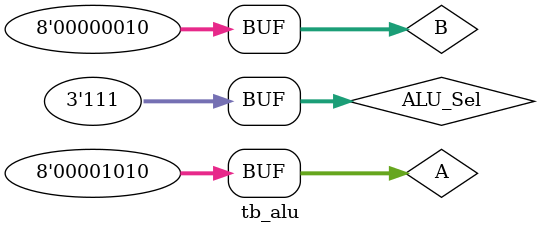
<source format=v>
module alu(
           input [7:0] A,B,  // ALU 8-bit Inputs                 
           input [2:0] ALU_Sel,// ALU Selection
           output [7:0] ALU_Out // ALU 8-bit Output
    );
    reg [7:0] ALU_Result;
    wire [8:0] tmp;
    assign ALU_Out = ALU_Result; // ALU out
    always @(*)
    begin
        case(ALU_Sel)
        3'b000: // Forward
           ALU_Result = A; 
        3'b001: // Add
           ALU_Result = A + B ;
        3'b010: // And
           ALU_Result = A & B;
        3'b011: // Or
           ALU_Result = A | B;
         default:
         	ALU_Result = 8'b00000000;
        endcase
    end

endmodule



`timescale 1ns / 1ps  

module tb_alu;
//Inputs
 reg[7:0] A,B;
 reg[2:0] ALU_Sel;

//Outputs
 wire[7:0] ALU_Out;
 // Verilog code for ALU
 alu test_unit(
            A,B,  // ALU 8-bit Inputs                 
            ALU_Sel,// ALU Selection
            ALU_Out // ALU 8-bit Output
      
     );
     
    initial begin
    $monitor("a=%b   b=%b  select=%b  out=%b",A,B,ALU_Sel,ALU_Out);

     	A = 8'h0A;B = 8'h02;ALU_Sel=3'b000;
      
        #5  A = 8'h0A;B = 8'h02;ALU_Sel=3'b000;
        #5  A = 8'h0A;B = 8'h02;ALU_Sel=3'b001;
        #5  A = 8'h0A;B = 8'h02;ALU_Sel=3'b010;
        #5  A = 8'h0A;B = 8'h02;ALU_Sel=3'b011;
        #5  A = 8'h0A;B = 8'h02;ALU_Sel=3'b111;
             
      
    end
endmodule
</source>
